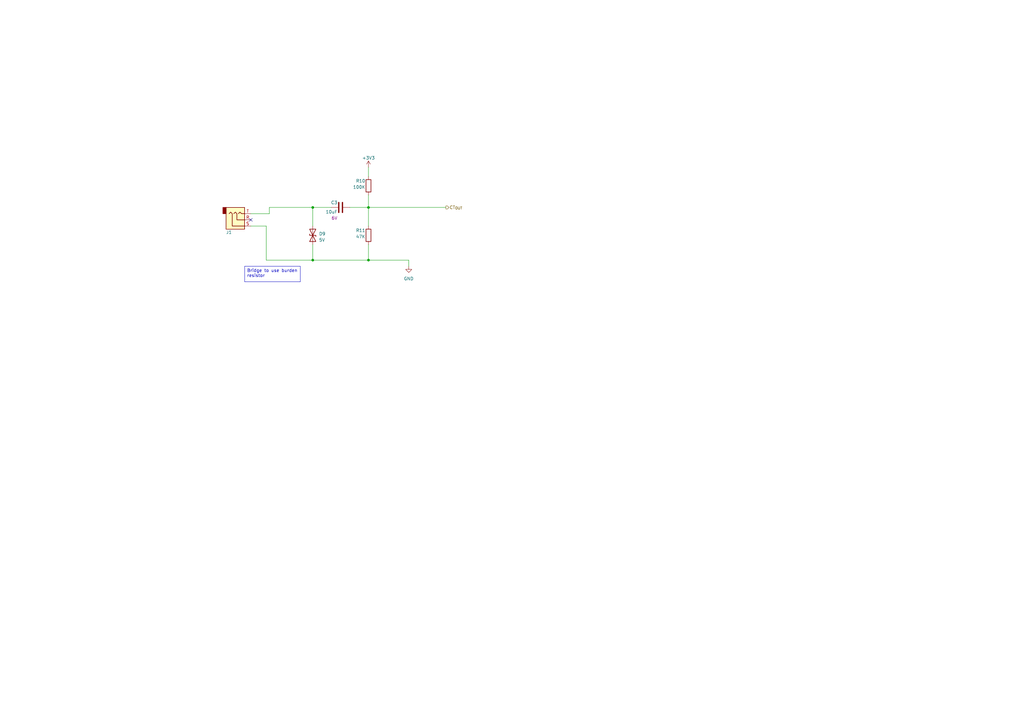
<source format=kicad_sch>
(kicad_sch (version 20230121) (generator eeschema)
  (paper "A3")
  (title_block (title "emonHP") (date "2024-08-11") (rev "0.1-dev") (company "Tilt Ltd / OpenEnergyMonitor") (comment 1 "Creative Commons Attribution-ShareAlike 4.0 License") (comment 2 "Commit: gitrev"))
  (lib_symbols
    (symbol "Connector_Audio:AudioJack3"
      (property "Reference" "J" (at 0 8.89 0))
      (property "Value" "AudioJack3" (at 0 6.35 0))
      (symbol "AudioJack3_0_1"
        (rectangle (start -5.08 -5.08) (end -6.35 -2.54) (stroke (width 0.254)) (fill (type outline)))
        (polyline (pts (xy 0 -2.54) (xy 0.635 -3.175) (xy 1.27 -2.54) (xy 2.54 -2.54)) (stroke (width 0.254)))
        (polyline (pts (xy -1.905 -2.54) (xy -1.27 -3.175) (xy -0.635 -2.54) (xy -0.635 0) (xy 2.54 0)) (stroke (width 0.254)))
        (polyline (pts (xy 2.54 2.54) (xy -2.54 2.54) (xy -2.54 -2.54) (xy -3.175 -3.175) (xy -3.81 -2.54)) (stroke (width 0.254)))
        (rectangle (start 2.54 3.81) (end -5.08 -5.08) (stroke (width 0.254)) (fill (type background)))
      )
      (symbol "AudioJack3_1_1"
        (pin passive line (at 5.08 0 180) (length 2.54) (name "~") (number "R"))
        (pin passive line (at 5.08 2.54 180) (length 2.54) (name "~") (number "S"))
        (pin passive line (at 5.08 -2.54 180) (length 2.54) (name "~") (number "T"))
      )
    )
    (symbol "Device:C" (pin_numbers hide) (pin_names (offset 0.254))
      (property "Reference" "C" (at 0.635 2.54 0))
      (property "Value" "C" (at 0.635 -2.54 0))
      (symbol "C_0_1"
        (polyline (pts (xy -2.032 -0.762) (xy 2.032 -0.762)) (stroke (width 0.508)))
        (polyline (pts (xy -2.032 0.762) (xy 2.032 0.762)) (stroke (width 0.508)))
      )
      (symbol "C_1_1"
        (pin passive line (at 0 3.81 270) (length 2.794) (name "~") (number "1"))
        (pin passive line (at 0 -3.81 90) (length 2.794) (name "~") (number "2"))
      )
    )
    (symbol "Device:D_TVS" (pin_numbers hide) (pin_names (offset 1.016) hide)
      (property "Reference" "D" (at 0 2.54 0))
      (property "Value" "D_TVS" (at 0 -2.54 0))
      (symbol "D_TVS_0_1"
        (polyline (pts (xy 1.27 0) (xy -1.27 0)))
        (polyline (pts (xy 0.508 1.27) (xy 0 1.27) (xy 0 -1.27) (xy -0.508 -1.27)) (stroke (width 0.254)))
        (polyline (pts (xy -2.54 1.27) (xy -2.54 -1.27) (xy 2.54 1.27) (xy 2.54 -1.27) (xy -2.54 1.27)) (stroke (width 0.254)))
      )
      (symbol "D_TVS_1_1"
        (pin passive line (at -3.81 0 0) (length 2.54) (name "A1") (number "1"))
        (pin passive line (at 3.81 0 180) (length 2.54) (name "A2") (number "2"))
      )
    )
    (symbol "Device:R" (pin_numbers hide) (pin_names (offset 0))
      (property "Reference" "R" (at 2.032 0 90))
      (property "Value" "R" (at 0 0 90))
      (symbol "R_0_1"
        (rectangle (start -1.016 -2.54) (end 1.016 2.54) (stroke (width 0.254)))
      )
      (symbol "R_1_1"
        (pin passive line (at 0 3.81 270) (length 1.27) (name "~") (number "1"))
        (pin passive line (at 0 -3.81 90) (length 1.27) (name "~") (number "2"))
      )
    )
    (symbol "power:+3V3" (power) (pin_names (offset 0))
      (property "Value" "+3V3" (at 0 3.556 0))
      (symbol "+3V3_0_1"
        (polyline (pts (xy -0.762 1.27) (xy 0 2.54)))
        (polyline (pts (xy 0 0) (xy 0 2.54)))
        (polyline (pts (xy 0 2.54) (xy 0.762 1.27)))
      )
      (symbol "+3V3_1_1"
        (pin power_in line (at 0 0 90) (length 0) hide (name "+3V3") (number "1"))
      )
    )
    (symbol "power:GND" (power) (pin_names (offset 0))
      (property "Value" "GND" (at 0 -3.81 0))
      (symbol "GND_0_1"
        (polyline (pts (xy 0 0) (xy 0 -1.27) (xy 1.27 -1.27) (xy 0 -2.54) (xy -1.27 -1.27) (xy 0 -1.27)))
      )
      (symbol "GND_1_1"
        (pin power_in line (at 0 0 270) (length 0) hide (name "GND") (number "1"))
      )
    )
  )
  (junction (at 128.27 106.68))
  (junction (at 151.13 85.09))
  (junction (at 128.27 85.09))
  (junction (at 151.13 106.68))
  (no_connect (at 102.87 90.17))
  (wire (pts (xy 151.13 68.58) (xy 151.13 72.39)))
  (wire (pts (xy 109.22 92.71) (xy 109.22 106.68)))
  (wire (pts (xy 167.64 106.68) (xy 167.64 109.22)))
  (wire (pts (xy 109.22 106.68) (xy 128.27 106.68)) (stroke (width 0.1524)))
  (wire (pts (xy 151.13 85.09) (xy 182.88 85.09)))
  (wire (pts (xy 143.51 85.09) (xy 151.13 85.09)) (stroke (width 0.1524)))
  (wire (pts (xy 102.87 87.63) (xy 110.49 87.63)))
  (wire (pts (xy 110.49 85.09) (xy 128.27 85.09)) (stroke (width 0.1524)))
  (wire (pts (xy 151.13 80.01) (xy 151.13 85.09)))
  (wire (pts (xy 128.27 100.33) (xy 128.27 106.68)))
  (wire (pts (xy 110.49 87.63) (xy 110.49 85.09)) (stroke (width 0.1524)))
  (wire (pts (xy 128.27 85.09) (xy 128.27 92.71)))
  (wire (pts (xy 151.13 100.33) (xy 151.13 106.68)))
  (wire (pts (xy 128.27 106.68) (xy 151.13 106.68)) (stroke (width 0.1524)))
  (wire (pts (xy 151.13 85.09) (xy 151.13 92.71)))
  (wire (pts (xy 109.22 92.71) (xy 102.87 92.71)))
  (wire (pts (xy 151.13 106.68) (xy 167.64 106.68)))
  (wire (pts (xy 128.27 85.09) (xy 135.89 85.09)) (stroke (width 0.1524)))
  (text_box "Bridge to use burden resistor" (at 100.33 109.22 0) (size 22.86 6.35) (effects (font (size 1.27 1.27)) (justify left top)))
  (hierarchical_label "CT_{OUT}" (shape output) (at 182.88 85.09 0))
  (symbol (lib_id "Connector_Audio:AudioJack3") (at 97.79 90.17 0) (mirror x) (unit 1)
    (property "Reference" "J1" (at 92.71 95.25 0) (effects (justify left)))
    (property "Value" "SJ-3524-SMT-TR" (effects hide))
    (property "Footprint" "Connector_Audio:Jack_3.5mm_CUI_SJ-3524-SMT_Horizontal" (effects hide))
    (instances (project "emonPi3" (path "" (reference "J1") (unit 1)) (path "" (reference "J1") (unit 1)) (path "" (reference "J2") (unit 1)) (path "" (reference "J4") (unit 1)) (path "" (reference "J3") (unit 1)) (path "" (reference "J5") (unit 1)) (path "" (reference "J6") (unit 1))) (project "emonHP" (path "" (reference "J7") (unit 1))))
  )
  (symbol (lib_id "power:GND") (at 167.64 109.22 0) (unit 1)
    (property "Reference" "#PWR07" (effects hide))
    (property "Value" "GND" (at 167.64 114.3 0))
    (instances (project "emonPi3" (path "" (reference "#PWR07") (unit 1)) (path "" (reference "#PWR07") (unit 1)) (path "" (reference "#PWR08") (unit 1)) (path "" (reference "#PWR010") (unit 1)) (path "" (reference "#PWR09") (unit 1)) (path "" (reference "#PWR011") (unit 1)) (path "" (reference "#PWR012") (unit 1))) (project "emonHP" (path "" (reference "#PWR021") (unit 1))))
  )
  (symbol (lib_id "Device:D_TVS") (at 128.27 96.52 90) (unit 1)
    (property "Reference" "D9" (at 130.81 95.885 90) (effects (justify right)))
    (property "Value" "5V" (at 130.81 98.425 90) (effects (justify right)))
    (property "Footprint" "Diode_SMD:D_SOD-523" (effects hide))
    (property "Datasheet" "https://www.mouser.co.uk/datasheet/2/408/DF2B7AE_datasheet_en_20220907-1128333.pdf" (effects hide))
    (property "Manufacturer" "Toshiba" (effects hide))
    (property "MPN" "DF2B7AE,H3F" (effects hide))
    (property "Mouser" "757-DF2B7AEH3F" (effects hide))
    (instances (project "emonPi3" (path "" (reference "D9") (unit 1)) (path "" (reference "D1") (unit 1)) (path "" (reference "D2") (unit 1)) (path "" (reference "D3") (unit 1)) (path "" (reference "D4") (unit 1)) (path "" (reference "D5") (unit 1)) (path "" (reference "D6") (unit 1))) (project "emonHP" (path "" (reference "D4") (unit 1))))
  )
  (symbol (lib_id "Device:R") (at 151.13 76.2 0) (mirror y) (unit 1)
    (property "Reference" "R10" (at 149.86 74.93 0) (effects (justify left bottom)))
    (property "Value" "100K" (at 149.86 77.47 0) (effects (justify left bottom)))
    (property "Footprint" "Resistor_SMD:R_0402_1005Metric" (effects hide))
    (instances (project "emonPi3" (path "" (reference "R10") (unit 1)) (path "" (reference "R10") (unit 1)) (path "" (reference "R3") (unit 1)) (path "" (reference "R16") (unit 1)) (path "" (reference "R12") (unit 1)) (path "" (reference "R20") (unit 1)) (path "" (reference "R25") (unit 1))) (project "emonHP" (path "" (reference "R5") (unit 1))))
  )
  (symbol (lib_id "power:+3V3") (at 151.13 68.58 0) (unit 1)
    (property "Reference" "#PWR043" (effects hide))
    (property "Value" "+3V3" (at 151.13 64.77 0))
  )
  (symbol (lib_id "Device:R") (at 151.13 96.52 0) (mirror x) (unit 1)
    (property "Reference" "R11" (at 149.86 95.25 0) (effects (justify right top)))
    (property "Value" "47K" (at 149.86 97.79 0) (effects (justify right top)))
    (property "Footprint" "Resistor_SMD:R_0402_1005Metric" (effects hide))
    (instances (project "emonPi3" (path "" (reference "R11") (unit 1)) (path "" (reference "R11") (unit 1)) (path "" (reference "R4") (unit 1)) (path "" (reference "R17") (unit 1)) (path "" (reference "R13") (unit 1)) (path "" (reference "R21") (unit 1)) (path "" (reference "R26") (unit 1))) (project "emonHP" (path "" (reference "R6") (unit 1))))
  )
  (symbol (lib_id "Device:C") (at 139.7 85.09 90) (unit 1)
    (property "Reference" "C3" (at 138.43 83.82 90) (effects (justify left top)))
    (property "Value" "10uF" (at 138.43 87.63 90) (effects (justify left top)))
    (property "Footprint" "Capacitor_SMD:C_0603_1608Metric" (effects hide))
    (property "Voltage" "6V" (at 138.43 90.17 90) (effects (justify left top)))
    (instances (project "emonPi3" (path "" (reference "C3") (unit 1)) (path "" (reference "C3") (unit 1)) (path "" (reference "C4") (unit 1)) (path "" (reference "C8") (unit 1)) (path "" (reference "C6") (unit 1)) (path "" (reference "C13") (unit 1)) (path "" (reference "C15") (unit 1))) (project "emonHP" (path "" (reference "C6") (unit 1))))
  )
)
</source>
